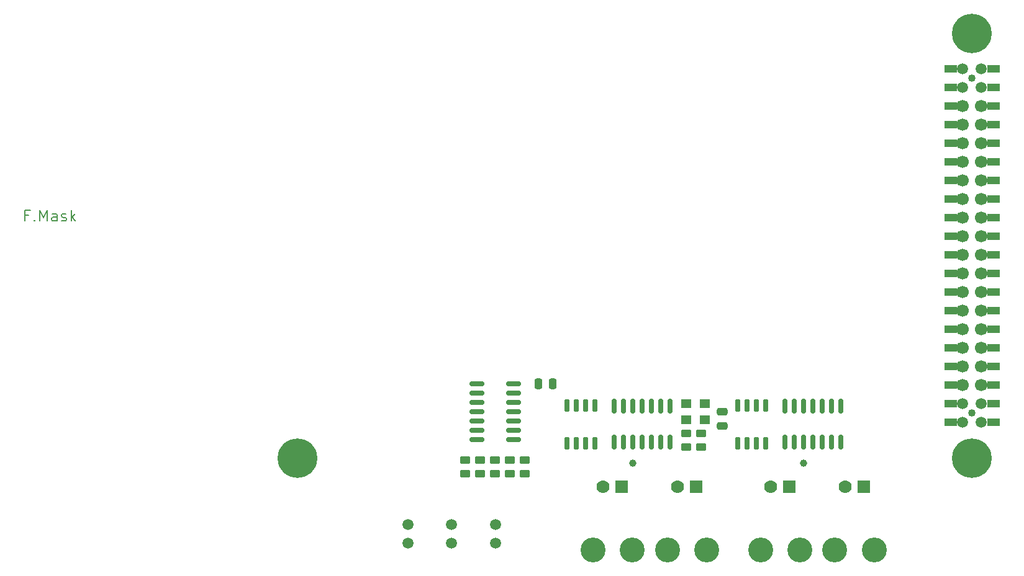
<source format=gbr>
%TF.GenerationSoftware,KiCad,Pcbnew,9.0.1-9.0.1-0~ubuntu24.04.1*%
%TF.CreationDate,2025-04-26T12:20:13-07:00*%
%TF.ProjectId,NX-IndicatorBoard,4e582d49-6e64-4696-9361-746f72426f61,1*%
%TF.SameCoordinates,Original*%
%TF.FileFunction,Soldermask,Top*%
%TF.FilePolarity,Negative*%
%FSLAX46Y46*%
G04 Gerber Fmt 4.6, Leading zero omitted, Abs format (unit mm)*
G04 Created by KiCad (PCBNEW 9.0.1-9.0.1-0~ubuntu24.04.1) date 2025-04-26 12:20:13*
%MOMM*%
%LPD*%
G01*
G04 APERTURE LIST*
G04 Aperture macros list*
%AMRoundRect*
0 Rectangle with rounded corners*
0 $1 Rounding radius*
0 $2 $3 $4 $5 $6 $7 $8 $9 X,Y pos of 4 corners*
0 Add a 4 corners polygon primitive as box body*
4,1,4,$2,$3,$4,$5,$6,$7,$8,$9,$2,$3,0*
0 Add four circle primitives for the rounded corners*
1,1,$1+$1,$2,$3*
1,1,$1+$1,$4,$5*
1,1,$1+$1,$6,$7*
1,1,$1+$1,$8,$9*
0 Add four rect primitives between the rounded corners*
20,1,$1+$1,$2,$3,$4,$5,0*
20,1,$1+$1,$4,$5,$6,$7,0*
20,1,$1+$1,$6,$7,$8,$9,0*
20,1,$1+$1,$8,$9,$2,$3,0*%
G04 Aperture macros list end*
%ADD10C,0.187500*%
%ADD11RoundRect,0.150000X0.150000X-0.825000X0.150000X0.825000X-0.150000X0.825000X-0.150000X-0.825000X0*%
%ADD12R,1.400000X1.200000*%
%ADD13C,1.000000*%
%ADD14RoundRect,0.150000X-0.150000X0.725000X-0.150000X-0.725000X0.150000X-0.725000X0.150000X0.725000X0*%
%ADD15RoundRect,0.250000X-0.450000X0.262500X-0.450000X-0.262500X0.450000X-0.262500X0.450000X0.262500X0*%
%ADD16C,1.020000*%
%ADD17C,1.500000*%
%ADD18R,1.780000X1.020000*%
%ADD19C,1.700000*%
%ADD20C,3.400000*%
%ADD21R,1.778000X1.778000*%
%ADD22C,1.778000*%
%ADD23RoundRect,0.250000X0.475000X-0.250000X0.475000X0.250000X-0.475000X0.250000X-0.475000X-0.250000X0*%
%ADD24C,5.400000*%
%ADD25RoundRect,0.150000X-0.825000X-0.150000X0.825000X-0.150000X0.825000X0.150000X-0.825000X0.150000X0*%
%ADD26RoundRect,0.250000X-0.250000X-0.475000X0.250000X-0.475000X0.250000X0.475000X-0.250000X0.475000X0*%
G04 APERTURE END LIST*
D10*
X29377697Y-75855964D02*
X28877697Y-75855964D01*
X28877697Y-76641678D02*
X28877697Y-75141678D01*
X28877697Y-75141678D02*
X29591983Y-75141678D01*
X30163411Y-76498821D02*
X30234840Y-76570250D01*
X30234840Y-76570250D02*
X30163411Y-76641678D01*
X30163411Y-76641678D02*
X30091983Y-76570250D01*
X30091983Y-76570250D02*
X30163411Y-76498821D01*
X30163411Y-76498821D02*
X30163411Y-76641678D01*
X30877697Y-76641678D02*
X30877697Y-75141678D01*
X30877697Y-75141678D02*
X31377697Y-76213107D01*
X31377697Y-76213107D02*
X31877697Y-75141678D01*
X31877697Y-75141678D02*
X31877697Y-76641678D01*
X33234841Y-76641678D02*
X33234841Y-75855964D01*
X33234841Y-75855964D02*
X33163412Y-75713107D01*
X33163412Y-75713107D02*
X33020555Y-75641678D01*
X33020555Y-75641678D02*
X32734841Y-75641678D01*
X32734841Y-75641678D02*
X32591983Y-75713107D01*
X33234841Y-76570250D02*
X33091983Y-76641678D01*
X33091983Y-76641678D02*
X32734841Y-76641678D01*
X32734841Y-76641678D02*
X32591983Y-76570250D01*
X32591983Y-76570250D02*
X32520555Y-76427392D01*
X32520555Y-76427392D02*
X32520555Y-76284535D01*
X32520555Y-76284535D02*
X32591983Y-76141678D01*
X32591983Y-76141678D02*
X32734841Y-76070250D01*
X32734841Y-76070250D02*
X33091983Y-76070250D01*
X33091983Y-76070250D02*
X33234841Y-75998821D01*
X33877698Y-76570250D02*
X34020555Y-76641678D01*
X34020555Y-76641678D02*
X34306269Y-76641678D01*
X34306269Y-76641678D02*
X34449126Y-76570250D01*
X34449126Y-76570250D02*
X34520555Y-76427392D01*
X34520555Y-76427392D02*
X34520555Y-76355964D01*
X34520555Y-76355964D02*
X34449126Y-76213107D01*
X34449126Y-76213107D02*
X34306269Y-76141678D01*
X34306269Y-76141678D02*
X34091984Y-76141678D01*
X34091984Y-76141678D02*
X33949126Y-76070250D01*
X33949126Y-76070250D02*
X33877698Y-75927392D01*
X33877698Y-75927392D02*
X33877698Y-75855964D01*
X33877698Y-75855964D02*
X33949126Y-75713107D01*
X33949126Y-75713107D02*
X34091984Y-75641678D01*
X34091984Y-75641678D02*
X34306269Y-75641678D01*
X34306269Y-75641678D02*
X34449126Y-75713107D01*
X35163412Y-76641678D02*
X35163412Y-75141678D01*
X35306270Y-76070250D02*
X35734841Y-76641678D01*
X35734841Y-75641678D02*
X35163412Y-76213107D01*
D11*
%TO.C,U3*%
X109170500Y-106869000D03*
X110440500Y-106869000D03*
X111710500Y-106869000D03*
X112980500Y-106869000D03*
X114250500Y-106869000D03*
X115520500Y-106869000D03*
X116790500Y-106869000D03*
X116790500Y-101919000D03*
X115520500Y-101919000D03*
X114250500Y-101919000D03*
X112980500Y-101919000D03*
X111710500Y-101919000D03*
X110440500Y-101919000D03*
X109170500Y-101919000D03*
%TD*%
D12*
%TO.C,U4*%
X121564400Y-101590600D03*
X119024400Y-101590600D03*
X119024400Y-103790600D03*
X121564400Y-103790600D03*
%TD*%
D13*
%TO.C,TP1*%
X111734600Y-109702600D03*
%TD*%
D14*
%TO.C,U5*%
X129819400Y-101844400D03*
X128549400Y-101844400D03*
X127279400Y-101844400D03*
X126009400Y-101844400D03*
X126009400Y-106994400D03*
X127279400Y-106994400D03*
X128549400Y-106994400D03*
X129819400Y-106994400D03*
%TD*%
D15*
%TO.C,R3*%
X92964000Y-109323500D03*
X92964000Y-111148500D03*
%TD*%
D16*
%TO.C,J5*%
X158000000Y-102860000D03*
X158000000Y-57140000D03*
D17*
X159270000Y-104130000D03*
D18*
X160910000Y-104130000D03*
X155090000Y-104130000D03*
D17*
X156730000Y-104130000D03*
X159270000Y-101590000D03*
D18*
X160910000Y-101590000D03*
X155090000Y-101590000D03*
D17*
X156730000Y-101590000D03*
D19*
X159270000Y-99050000D03*
D18*
X160910000Y-99050000D03*
X155090000Y-99050000D03*
D19*
X156730000Y-99050000D03*
X159270000Y-96510000D03*
D18*
X160910000Y-96510000D03*
X155090000Y-96510000D03*
D19*
X156730000Y-96510000D03*
X159270000Y-93970000D03*
D18*
X160910000Y-93970000D03*
X155090000Y-93970000D03*
D19*
X156730000Y-93970000D03*
X159270000Y-91430000D03*
D18*
X160910000Y-91430000D03*
X155090000Y-91430000D03*
D19*
X156730000Y-91430000D03*
X159270000Y-88890000D03*
D18*
X160910000Y-88890000D03*
X155090000Y-88890000D03*
D19*
X156730000Y-88890000D03*
X159270000Y-86350000D03*
D18*
X160910000Y-86350000D03*
X155090000Y-86350000D03*
D19*
X156730000Y-86350000D03*
X159270000Y-83810000D03*
D18*
X160910000Y-83810000D03*
X155090000Y-83810000D03*
D19*
X156730000Y-83810000D03*
X159270000Y-81270000D03*
D18*
X160910000Y-81270000D03*
X155090000Y-81270000D03*
D19*
X156730000Y-81270000D03*
X159270000Y-78730000D03*
D18*
X160910000Y-78730000D03*
X155090000Y-78730000D03*
D19*
X156730000Y-78730000D03*
X159270000Y-76190000D03*
D18*
X160910000Y-76190000D03*
X155090000Y-76190000D03*
D19*
X156730000Y-76190000D03*
X159270000Y-73650000D03*
D18*
X160910000Y-73650000D03*
X155090000Y-73650000D03*
D19*
X156730000Y-73650000D03*
X159270000Y-71110000D03*
D18*
X160910000Y-71110000D03*
X155090000Y-71110000D03*
D19*
X156730000Y-71110000D03*
X159270000Y-68570000D03*
D18*
X160910000Y-68570000D03*
X155090000Y-68570000D03*
D19*
X156730000Y-68570000D03*
X159270000Y-66030000D03*
D18*
X160910000Y-66030000D03*
X155090000Y-66030000D03*
D19*
X156730000Y-66030000D03*
X159270000Y-63490000D03*
D18*
X160910000Y-63490000D03*
X155090000Y-63490000D03*
D19*
X156730000Y-63490000D03*
X159270000Y-60950000D03*
D18*
X160910000Y-60950000D03*
X155090000Y-60950000D03*
D19*
X156730000Y-60950000D03*
D17*
X159270000Y-58410000D03*
D18*
X160910000Y-58410000D03*
X155090000Y-58410000D03*
D17*
X156730000Y-58410000D03*
X159270000Y-55870000D03*
D18*
X160910000Y-55870000D03*
X155090000Y-55870000D03*
D17*
X156730000Y-55870000D03*
%TD*%
D20*
%TO.C,J1*%
X111636000Y-121543000D03*
X106296000Y-121543000D03*
D21*
X110236000Y-112903000D03*
D22*
X107696000Y-112903000D03*
%TD*%
D11*
%TO.C,U6*%
X132461000Y-106869000D03*
X133731000Y-106869000D03*
X135001000Y-106869000D03*
X136271000Y-106869000D03*
X137541000Y-106869000D03*
X138811000Y-106869000D03*
X140081000Y-106869000D03*
X140081000Y-101919000D03*
X138811000Y-101919000D03*
X137541000Y-101919000D03*
X136271000Y-101919000D03*
X135001000Y-101919000D03*
X133731000Y-101919000D03*
X132461000Y-101919000D03*
%TD*%
D15*
%TO.C,R5*%
X97028000Y-109323500D03*
X97028000Y-111148500D03*
%TD*%
D13*
%TO.C,TP2*%
X135001000Y-109677200D03*
%TD*%
D15*
%TO.C,R1*%
X88900000Y-109323500D03*
X88900000Y-111148500D03*
%TD*%
D23*
%TO.C,C2*%
X123952000Y-104607400D03*
X123952000Y-102707400D03*
%TD*%
D24*
%TO.C,H2*%
X158000000Y-51000000D03*
%TD*%
D20*
%TO.C,J4*%
X144630600Y-121543000D03*
X139290600Y-121543000D03*
D21*
X143230600Y-112903000D03*
D22*
X140690600Y-112903000D03*
%TD*%
D14*
%TO.C,U2*%
X106527600Y-101869800D03*
X105257600Y-101869800D03*
X103987600Y-101869800D03*
X102717600Y-101869800D03*
X102717600Y-107019800D03*
X103987600Y-107019800D03*
X105257600Y-107019800D03*
X106527600Y-107019800D03*
%TD*%
D15*
%TO.C,R4*%
X94996000Y-109323500D03*
X94996000Y-111148500D03*
%TD*%
%TO.C,R6*%
X119024400Y-105665900D03*
X119024400Y-107490900D03*
%TD*%
D24*
%TO.C,H1*%
X66000000Y-109000000D03*
%TD*%
%TO.C,H3*%
X158000000Y-109000000D03*
%TD*%
D20*
%TO.C,J2*%
X121796000Y-121543000D03*
X116456000Y-121543000D03*
D21*
X120396000Y-112903000D03*
D22*
X117856000Y-112903000D03*
%TD*%
D15*
%TO.C,R7*%
X121058106Y-105665090D03*
X121058106Y-107490090D03*
%TD*%
D20*
%TO.C,J3*%
X134496000Y-121543000D03*
X129156000Y-121543000D03*
D21*
X133096000Y-112903000D03*
D22*
X130556000Y-112903000D03*
%TD*%
D15*
%TO.C,R2*%
X90932000Y-109323500D03*
X90932000Y-111148500D03*
%TD*%
D25*
%TO.C,U1*%
X90489000Y-98883500D03*
X90489000Y-100153500D03*
X90489000Y-101423500D03*
X90489000Y-102693500D03*
X90489000Y-103963500D03*
X90489000Y-105233500D03*
X90489000Y-106503500D03*
X95439000Y-106503500D03*
X95439000Y-105233500D03*
X95439000Y-103963500D03*
X95439000Y-102693500D03*
X95439000Y-101423500D03*
X95439000Y-100153500D03*
X95439000Y-98883500D03*
%TD*%
D26*
%TO.C,C1*%
X98872000Y-98882200D03*
X100772000Y-98882200D03*
%TD*%
D17*
%TO.C,LP2*%
X87046000Y-120640220D03*
X87046000Y-118100220D03*
%TD*%
%TO.C,LP3*%
X81046000Y-120640220D03*
X81046000Y-118100220D03*
%TD*%
%TO.C,LP1*%
X93046000Y-120640220D03*
X93046000Y-118100220D03*
%TD*%
M02*

</source>
